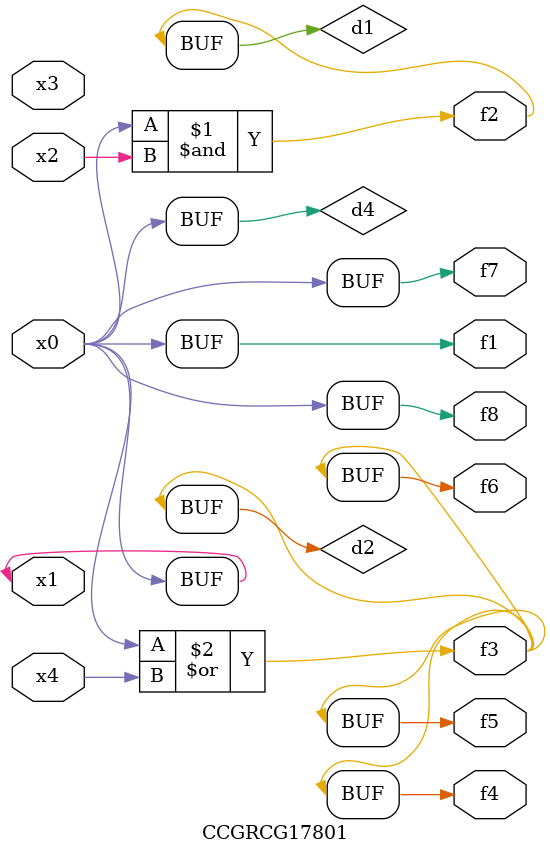
<source format=v>
module CCGRCG17801(
	input x0, x1, x2, x3, x4,
	output f1, f2, f3, f4, f5, f6, f7, f8
);

	wire d1, d2, d3, d4;

	and (d1, x0, x2);
	or (d2, x0, x4);
	nand (d3, x0, x2);
	buf (d4, x0, x1);
	assign f1 = d4;
	assign f2 = d1;
	assign f3 = d2;
	assign f4 = d2;
	assign f5 = d2;
	assign f6 = d2;
	assign f7 = d4;
	assign f8 = d4;
endmodule

</source>
